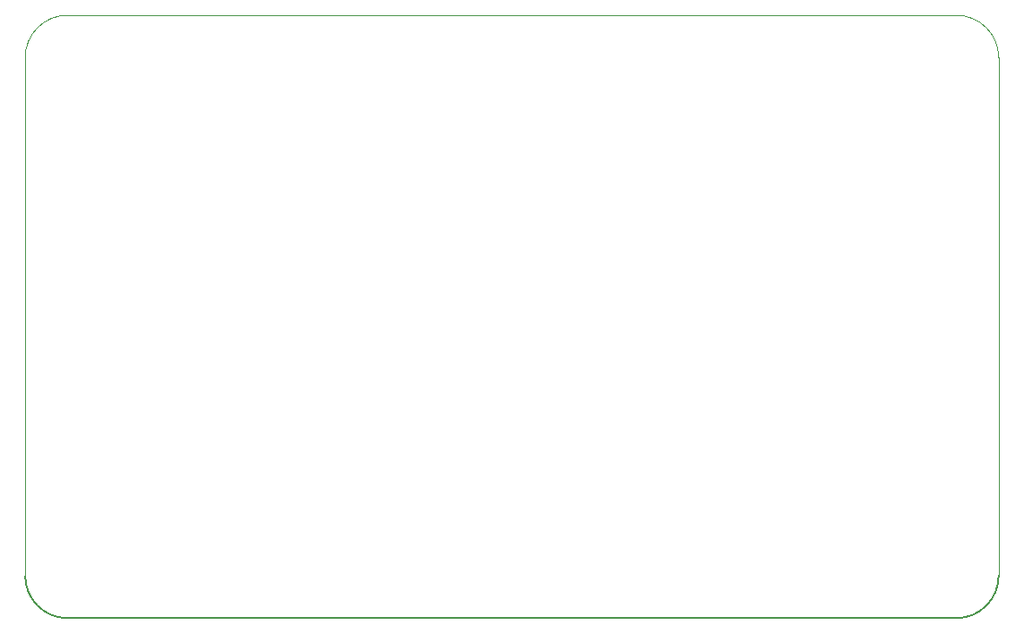
<source format=gbr>
%TF.GenerationSoftware,KiCad,Pcbnew,9.0.0*%
%TF.CreationDate,2025-03-09T21:01:43-04:00*%
%TF.ProjectId,RobocupSwinderPCB,526f626f-6375-4705-9377-696e64657250,1*%
%TF.SameCoordinates,Original*%
%TF.FileFunction,Profile,NP*%
%FSLAX46Y46*%
G04 Gerber Fmt 4.6, Leading zero omitted, Abs format (unit mm)*
G04 Created by KiCad (PCBNEW 9.0.0) date 2025-03-09 21:01:43*
%MOMM*%
%LPD*%
G01*
G04 APERTURE LIST*
%TA.AperFunction,Profile*%
%ADD10C,0.100000*%
%TD*%
%TA.AperFunction,Profile*%
%ADD11C,0.150000*%
%TD*%
G04 APERTURE END LIST*
D10*
X177500000Y-62000000D02*
G75*
G02*
X181500000Y-66000000I0J-4000000D01*
G01*
X181500000Y-66000000D02*
X181500000Y-115000000D01*
D11*
X93500000Y-119000000D02*
X177500000Y-119000000D01*
X181500000Y-115000000D02*
G75*
G02*
X177500000Y-119000000I-4000000J0D01*
G01*
D10*
X93500000Y-62000000D02*
X177500000Y-62000000D01*
X89500000Y-66000000D02*
G75*
G02*
X93500000Y-62000000I4000000J0D01*
G01*
X89500000Y-115000000D02*
X89500000Y-66000000D01*
D11*
X93500000Y-119000000D02*
G75*
G02*
X89500000Y-115000000I0J4000000D01*
G01*
M02*

</source>
